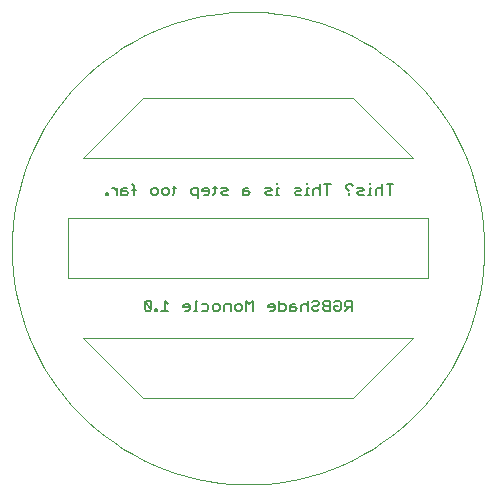
<source format=gbo>
G75*
G70*
%OFA0B0*%
%FSLAX24Y24*%
%IPPOS*%
%LPD*%
%AMOC8*
5,1,8,0,0,1.08239X$1,22.5*
%
%ADD10C,0.0000*%
%ADD11C,0.0060*%
D10*
X004664Y003164D02*
X002664Y005164D01*
X013664Y005164D01*
X011664Y003164D01*
X004664Y003164D01*
X002164Y007164D02*
X002164Y009164D01*
X014164Y009164D01*
X014164Y007164D01*
X002164Y007164D01*
X002664Y011164D02*
X004664Y013164D01*
X011664Y013164D01*
X013664Y011164D01*
X002664Y011164D01*
X000290Y008164D02*
X000299Y007784D01*
X000327Y007404D01*
X000373Y007026D01*
X000437Y006651D01*
X000519Y006280D01*
X000619Y005912D01*
X000736Y005551D01*
X000871Y005195D01*
X001023Y004846D01*
X001192Y004505D01*
X001377Y004172D01*
X001578Y003849D01*
X001794Y003536D01*
X002025Y003233D01*
X002270Y002943D01*
X002529Y002664D01*
X002802Y002398D01*
X003087Y002146D01*
X003383Y001907D01*
X003691Y001684D01*
X004009Y001475D01*
X004337Y001282D01*
X004674Y001106D01*
X005019Y000945D01*
X005372Y000802D01*
X005731Y000675D01*
X006095Y000567D01*
X006465Y000476D01*
X006838Y000402D01*
X007215Y000347D01*
X007594Y000311D01*
X007974Y000292D01*
X008354Y000292D01*
X008734Y000311D01*
X009113Y000347D01*
X009490Y000402D01*
X009863Y000476D01*
X010233Y000567D01*
X010597Y000675D01*
X010956Y000802D01*
X011309Y000945D01*
X011654Y001106D01*
X011991Y001282D01*
X012319Y001475D01*
X012637Y001684D01*
X012945Y001907D01*
X013241Y002146D01*
X013526Y002398D01*
X013799Y002664D01*
X014058Y002943D01*
X014303Y003233D01*
X014534Y003536D01*
X014750Y003849D01*
X014951Y004172D01*
X015136Y004505D01*
X015305Y004846D01*
X015457Y005195D01*
X015592Y005551D01*
X015709Y005912D01*
X015809Y006280D01*
X015891Y006651D01*
X015955Y007026D01*
X016001Y007404D01*
X016029Y007784D01*
X016038Y008164D01*
X016029Y008544D01*
X016001Y008924D01*
X015955Y009302D01*
X015891Y009677D01*
X015809Y010048D01*
X015709Y010416D01*
X015592Y010777D01*
X015457Y011133D01*
X015305Y011482D01*
X015136Y011823D01*
X014951Y012156D01*
X014750Y012479D01*
X014534Y012792D01*
X014303Y013095D01*
X014058Y013385D01*
X013799Y013664D01*
X013526Y013930D01*
X013241Y014182D01*
X012945Y014421D01*
X012637Y014644D01*
X012319Y014853D01*
X011991Y015046D01*
X011654Y015222D01*
X011309Y015383D01*
X010956Y015526D01*
X010597Y015653D01*
X010233Y015761D01*
X009863Y015852D01*
X009490Y015926D01*
X009113Y015981D01*
X008734Y016017D01*
X008354Y016036D01*
X007974Y016036D01*
X007594Y016017D01*
X007215Y015981D01*
X006838Y015926D01*
X006465Y015852D01*
X006095Y015761D01*
X005731Y015653D01*
X005372Y015526D01*
X005019Y015383D01*
X004674Y015222D01*
X004337Y015046D01*
X004009Y014853D01*
X003691Y014644D01*
X003383Y014421D01*
X003087Y014182D01*
X002802Y013930D01*
X002529Y013664D01*
X002270Y013385D01*
X002025Y013095D01*
X001794Y012792D01*
X001578Y012479D01*
X001377Y012156D01*
X001192Y011823D01*
X001023Y011482D01*
X000871Y011133D01*
X000736Y010777D01*
X000619Y010416D01*
X000519Y010048D01*
X000437Y009677D01*
X000373Y009302D01*
X000327Y008924D01*
X000299Y008544D01*
X000290Y008164D01*
D11*
X003438Y009944D02*
X003494Y009944D01*
X003494Y010000D01*
X003438Y010000D01*
X003438Y009944D01*
X003631Y010171D02*
X003688Y010171D01*
X003801Y010057D01*
X003801Y009944D02*
X003801Y010171D01*
X003943Y010114D02*
X003943Y009944D01*
X004113Y009944D01*
X004170Y010000D01*
X004113Y010057D01*
X003943Y010057D01*
X003943Y010114D02*
X003999Y010171D01*
X004113Y010171D01*
X004302Y010114D02*
X004415Y010114D01*
X004358Y010227D02*
X004358Y009944D01*
X004358Y010227D02*
X004302Y010284D01*
X004925Y010114D02*
X004982Y010171D01*
X005095Y010171D01*
X005152Y010114D01*
X005152Y010000D01*
X005095Y009944D01*
X004982Y009944D01*
X004925Y010000D01*
X004925Y010114D01*
X005293Y010114D02*
X005350Y010171D01*
X005463Y010171D01*
X005520Y010114D01*
X005520Y010000D01*
X005463Y009944D01*
X005350Y009944D01*
X005293Y010000D01*
X005293Y010114D01*
X005652Y010171D02*
X005766Y010171D01*
X005709Y010227D02*
X005709Y010000D01*
X005652Y009944D01*
X006275Y010000D02*
X006332Y009944D01*
X006502Y009944D01*
X006502Y009830D02*
X006502Y010171D01*
X006332Y010171D01*
X006275Y010114D01*
X006275Y010000D01*
X006644Y010057D02*
X006870Y010057D01*
X006870Y010000D02*
X006870Y010114D01*
X006814Y010171D01*
X006700Y010171D01*
X006644Y010114D01*
X006644Y010057D01*
X006700Y009944D02*
X006814Y009944D01*
X006870Y010000D01*
X007003Y009944D02*
X007059Y010000D01*
X007059Y010227D01*
X007116Y010171D02*
X007003Y010171D01*
X007257Y010171D02*
X007428Y010171D01*
X007484Y010114D01*
X007428Y010057D01*
X007314Y010057D01*
X007257Y010000D01*
X007314Y009944D01*
X007484Y009944D01*
X007994Y009944D02*
X008164Y009944D01*
X008221Y010000D01*
X008164Y010057D01*
X007994Y010057D01*
X007994Y010114D02*
X007994Y009944D01*
X007994Y010114D02*
X008051Y010171D01*
X008164Y010171D01*
X008731Y010171D02*
X008901Y010171D01*
X008957Y010114D01*
X008901Y010057D01*
X008787Y010057D01*
X008731Y010000D01*
X008787Y009944D01*
X008957Y009944D01*
X009090Y009944D02*
X009203Y009944D01*
X009146Y009944D02*
X009146Y010171D01*
X009203Y010171D01*
X009146Y010284D02*
X009146Y010341D01*
X009713Y010171D02*
X009883Y010171D01*
X009940Y010114D01*
X009883Y010057D01*
X009769Y010057D01*
X009713Y010000D01*
X009769Y009944D01*
X009940Y009944D01*
X010072Y009944D02*
X010185Y009944D01*
X010128Y009944D02*
X010128Y010171D01*
X010185Y010171D01*
X010128Y010284D02*
X010128Y010341D01*
X010327Y010114D02*
X010383Y010171D01*
X010497Y010171D01*
X010553Y010114D01*
X010553Y010284D02*
X010553Y009944D01*
X010327Y009944D02*
X010327Y010114D01*
X010695Y010284D02*
X010922Y010284D01*
X010808Y010284D02*
X010808Y009944D01*
X011431Y010171D02*
X011545Y010057D01*
X011545Y010000D02*
X011545Y009944D01*
X011431Y010171D02*
X011431Y010227D01*
X011488Y010284D01*
X011602Y010284D01*
X011658Y010227D01*
X011800Y010171D02*
X011970Y010171D01*
X012027Y010114D01*
X011970Y010057D01*
X011857Y010057D01*
X011800Y010000D01*
X011857Y009944D01*
X012027Y009944D01*
X012159Y009944D02*
X012272Y009944D01*
X012215Y009944D02*
X012215Y010171D01*
X012272Y010171D01*
X012215Y010284D02*
X012215Y010341D01*
X012414Y010114D02*
X012414Y009944D01*
X012414Y010114D02*
X012470Y010171D01*
X012584Y010171D01*
X012640Y010114D01*
X012640Y010284D02*
X012640Y009944D01*
X012895Y009944D02*
X012895Y010284D01*
X012782Y010284D02*
X013009Y010284D01*
X011634Y006409D02*
X011464Y006409D01*
X011407Y006352D01*
X011407Y006239D01*
X011464Y006182D01*
X011634Y006182D01*
X011634Y006069D02*
X011634Y006409D01*
X011520Y006182D02*
X011407Y006069D01*
X011265Y006125D02*
X011209Y006069D01*
X011095Y006069D01*
X011039Y006125D01*
X011039Y006239D01*
X011152Y006239D01*
X011039Y006352D02*
X011095Y006409D01*
X011209Y006409D01*
X011265Y006352D01*
X011265Y006125D01*
X010897Y006069D02*
X010897Y006409D01*
X010727Y006409D01*
X010670Y006352D01*
X010670Y006296D01*
X010727Y006239D01*
X010897Y006239D01*
X010727Y006239D02*
X010670Y006182D01*
X010670Y006125D01*
X010727Y006069D01*
X010897Y006069D01*
X010529Y006125D02*
X010472Y006069D01*
X010359Y006069D01*
X010302Y006125D01*
X010302Y006182D01*
X010359Y006239D01*
X010472Y006239D01*
X010529Y006296D01*
X010529Y006352D01*
X010472Y006409D01*
X010359Y006409D01*
X010302Y006352D01*
X010161Y006409D02*
X010161Y006069D01*
X010161Y006239D02*
X010104Y006296D01*
X009990Y006296D01*
X009934Y006239D01*
X009934Y006069D01*
X009792Y006125D02*
X009736Y006182D01*
X009565Y006182D01*
X009565Y006239D02*
X009565Y006069D01*
X009736Y006069D01*
X009792Y006125D01*
X009736Y006296D02*
X009622Y006296D01*
X009565Y006239D01*
X009424Y006239D02*
X009424Y006125D01*
X009367Y006069D01*
X009197Y006069D01*
X009197Y006409D01*
X009197Y006296D02*
X009367Y006296D01*
X009424Y006239D01*
X009056Y006239D02*
X009056Y006125D01*
X008999Y006069D01*
X008886Y006069D01*
X008829Y006182D02*
X009056Y006182D01*
X009056Y006239D02*
X008999Y006296D01*
X008886Y006296D01*
X008829Y006239D01*
X008829Y006182D01*
X008319Y006069D02*
X008319Y006409D01*
X008206Y006296D01*
X008092Y006409D01*
X008092Y006069D01*
X007951Y006125D02*
X007951Y006239D01*
X007894Y006296D01*
X007781Y006296D01*
X007724Y006239D01*
X007724Y006125D01*
X007781Y006069D01*
X007894Y006069D01*
X007951Y006125D01*
X007582Y006069D02*
X007582Y006296D01*
X007412Y006296D01*
X007356Y006239D01*
X007356Y006069D01*
X007214Y006125D02*
X007214Y006239D01*
X007157Y006296D01*
X007044Y006296D01*
X006987Y006239D01*
X006987Y006125D01*
X007044Y006069D01*
X007157Y006069D01*
X007214Y006125D01*
X006846Y006125D02*
X006789Y006069D01*
X006619Y006069D01*
X006477Y006069D02*
X006364Y006069D01*
X006421Y006069D02*
X006421Y006409D01*
X006477Y006409D01*
X006619Y006296D02*
X006789Y006296D01*
X006846Y006239D01*
X006846Y006125D01*
X006232Y006125D02*
X006232Y006239D01*
X006175Y006296D01*
X006062Y006296D01*
X006005Y006239D01*
X006005Y006182D01*
X006232Y006182D01*
X006232Y006125D02*
X006175Y006069D01*
X006062Y006069D01*
X005495Y006069D02*
X005269Y006069D01*
X005382Y006069D02*
X005382Y006409D01*
X005495Y006296D01*
X005127Y006125D02*
X005070Y006125D01*
X005070Y006069D01*
X005127Y006069D01*
X005127Y006125D01*
X004943Y006125D02*
X004943Y006352D01*
X004886Y006409D01*
X004773Y006409D01*
X004716Y006352D01*
X004943Y006125D01*
X004886Y006069D01*
X004773Y006069D01*
X004716Y006125D01*
X004716Y006352D01*
M02*

</source>
